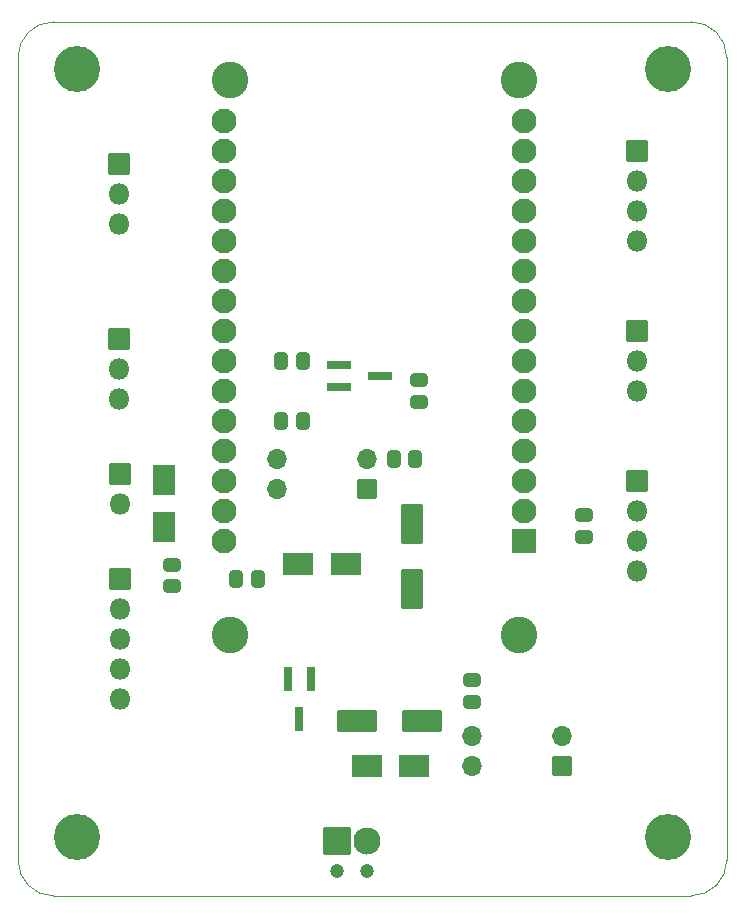
<source format=gbr>
%TF.GenerationSoftware,KiCad,Pcbnew,(6.0.7)*%
%TF.CreationDate,2022-08-26T02:08:05+02:00*%
%TF.ProjectId,airpcb_smd,61697270-6362-45f7-936d-642e6b696361,rev?*%
%TF.SameCoordinates,Original*%
%TF.FileFunction,Soldermask,Top*%
%TF.FilePolarity,Negative*%
%FSLAX46Y46*%
G04 Gerber Fmt 4.6, Leading zero omitted, Abs format (unit mm)*
G04 Created by KiCad (PCBNEW (6.0.7)) date 2022-08-26 02:08:05*
%MOMM*%
%LPD*%
G01*
G04 APERTURE LIST*
G04 Aperture macros list*
%AMRoundRect*
0 Rectangle with rounded corners*
0 $1 Rounding radius*
0 $2 $3 $4 $5 $6 $7 $8 $9 X,Y pos of 4 corners*
0 Add a 4 corners polygon primitive as box body*
4,1,4,$2,$3,$4,$5,$6,$7,$8,$9,$2,$3,0*
0 Add four circle primitives for the rounded corners*
1,1,$1+$1,$2,$3*
1,1,$1+$1,$4,$5*
1,1,$1+$1,$6,$7*
1,1,$1+$1,$8,$9*
0 Add four rect primitives between the rounded corners*
20,1,$1+$1,$2,$3,$4,$5,0*
20,1,$1+$1,$4,$5,$6,$7,0*
20,1,$1+$1,$6,$7,$8,$9,0*
20,1,$1+$1,$8,$9,$2,$3,0*%
G04 Aperture macros list end*
%TA.AperFunction,Profile*%
%ADD10C,0.050000*%
%TD*%
%ADD11RoundRect,0.050000X-0.325000X1.000000X-0.325000X-1.000000X0.325000X-1.000000X0.325000X1.000000X0*%
%ADD12RoundRect,0.050000X-1.000000X-0.325000X1.000000X-0.325000X1.000000X0.325000X-1.000000X0.325000X0*%
%ADD13C,3.100000*%
%ADD14RoundRect,0.050000X1.000000X1.000000X-1.000000X1.000000X-1.000000X-1.000000X1.000000X-1.000000X0*%
%ADD15C,2.100000*%
%ADD16C,1.200000*%
%ADD17RoundRect,0.050000X-1.100000X-1.100000X1.100000X-1.100000X1.100000X1.100000X-1.100000X1.100000X0*%
%ADD18C,2.300000*%
%ADD19RoundRect,0.050000X-0.900000X1.250000X-0.900000X-1.250000X0.900000X-1.250000X0.900000X1.250000X0*%
%ADD20RoundRect,0.050000X0.800000X0.800000X-0.800000X0.800000X-0.800000X-0.800000X0.800000X-0.800000X0*%
%ADD21O,1.700000X1.700000*%
%ADD22C,3.900000*%
%ADD23RoundRect,0.300000X-0.450000X0.262500X-0.450000X-0.262500X0.450000X-0.262500X0.450000X0.262500X0*%
%ADD24RoundRect,0.050000X-0.850000X-0.850000X0.850000X-0.850000X0.850000X0.850000X-0.850000X0.850000X0*%
%ADD25O,1.800000X1.800000*%
%ADD26RoundRect,0.050000X-0.850000X1.650000X-0.850000X-1.650000X0.850000X-1.650000X0.850000X1.650000X0*%
%ADD27RoundRect,0.050000X1.650000X0.850000X-1.650000X0.850000X-1.650000X-0.850000X1.650000X-0.850000X0*%
%ADD28RoundRect,0.050000X1.250000X0.900000X-1.250000X0.900000X-1.250000X-0.900000X1.250000X-0.900000X0*%
%ADD29RoundRect,0.300000X-0.262500X-0.450000X0.262500X-0.450000X0.262500X0.450000X-0.262500X0.450000X0*%
%ADD30RoundRect,0.300000X0.262500X0.450000X-0.262500X0.450000X-0.262500X-0.450000X0.262500X-0.450000X0*%
G04 APERTURE END LIST*
D10*
X103000000Y-50000000D02*
G75*
G03*
X100000000Y-53000000I0J-3000000D01*
G01*
X103000000Y-50000000D02*
X157000000Y-50000000D01*
X100000000Y-121000000D02*
G75*
G03*
X103000000Y-124000000I3000000J0D01*
G01*
X160000000Y-53000000D02*
G75*
G03*
X157000000Y-50000000I-3000000J0D01*
G01*
X160000000Y-53000000D02*
X160000000Y-121000000D01*
X103000000Y-124000000D02*
X157000000Y-124000000D01*
X100000000Y-53000000D02*
X100000000Y-121000000D01*
X157000000Y-124000000D02*
G75*
G03*
X160000000Y-121000000I0J3000000D01*
G01*
D11*
%TO.C,Q2*%
X124775000Y-105605000D03*
X122875000Y-105605000D03*
X123825000Y-109025000D03*
%TD*%
D12*
%TO.C,Q1*%
X127195000Y-79060000D03*
X127195000Y-80960000D03*
X130615000Y-80010000D03*
%TD*%
D13*
%TO.C,U3*%
X142445000Y-101890000D03*
X142445000Y-54940000D03*
X117935000Y-54940000D03*
X117935000Y-101890000D03*
D14*
X142865000Y-93930000D03*
D15*
X142865000Y-91390000D03*
X142865000Y-88850000D03*
X142865000Y-86310000D03*
X142865000Y-83770000D03*
X142865000Y-81230000D03*
X142865000Y-78690000D03*
X142865000Y-76150000D03*
X142865000Y-73610000D03*
X142865000Y-71070000D03*
X142865000Y-68530000D03*
X142865000Y-65990000D03*
X142865000Y-63450000D03*
X142865000Y-60910000D03*
X142865000Y-58370000D03*
X117465000Y-58370000D03*
X117465000Y-60910000D03*
X117465000Y-63450000D03*
X117465000Y-65990000D03*
X117465000Y-68530000D03*
X117465000Y-71070000D03*
X117465000Y-73610000D03*
X117465000Y-76150000D03*
X117465000Y-78690000D03*
X117465000Y-81230000D03*
X117465000Y-83770000D03*
X117465000Y-86310000D03*
X117465000Y-88850000D03*
X117465000Y-91390000D03*
X117465000Y-93930000D03*
%TD*%
D16*
%TO.C,J4*%
X127000000Y-121920000D03*
X129540000Y-121920000D03*
D17*
X127000000Y-119380000D03*
D18*
X129540000Y-119380000D03*
%TD*%
D19*
%TO.C,D5*%
X112395000Y-88805000D03*
X112395000Y-92805000D03*
%TD*%
D20*
%TO.C,U2*%
X146040000Y-113035000D03*
D21*
X146040000Y-110495000D03*
X138420000Y-110495000D03*
X138420000Y-113035000D03*
%TD*%
D22*
%TO.C,H1*%
X105000000Y-54000000D03*
%TD*%
D23*
%TO.C,R6*%
X138430000Y-105767500D03*
X138430000Y-107592500D03*
%TD*%
D24*
%TO.C,J2*%
X152400000Y-88900000D03*
D25*
X152400000Y-91440000D03*
X152400000Y-93980000D03*
X152400000Y-96520000D03*
%TD*%
D26*
%TO.C,D1*%
X133350000Y-92500000D03*
X133350000Y-98000000D03*
%TD*%
D24*
%TO.C,J1*%
X152400000Y-60960000D03*
D25*
X152400000Y-63500000D03*
X152400000Y-66040000D03*
X152400000Y-68580000D03*
%TD*%
D24*
%TO.C,J7*%
X108585000Y-76835000D03*
D25*
X108585000Y-79375000D03*
X108585000Y-81915000D03*
%TD*%
D27*
%TO.C,D3*%
X134195000Y-109220000D03*
X128695000Y-109220000D03*
%TD*%
D20*
%TO.C,U1*%
X129540000Y-89535000D03*
D21*
X129540000Y-86995000D03*
X121920000Y-86995000D03*
X121920000Y-89535000D03*
%TD*%
D28*
%TO.C,D2*%
X127730000Y-95885000D03*
X123730000Y-95885000D03*
%TD*%
D24*
%TO.C,J9*%
X108585000Y-62066000D03*
D25*
X108585000Y-64606000D03*
X108585000Y-67146000D03*
%TD*%
D22*
%TO.C,H2*%
X155000000Y-54000000D03*
%TD*%
D29*
%TO.C,R5*%
X122277500Y-83820000D03*
X124102500Y-83820000D03*
%TD*%
D28*
%TO.C,D4*%
X133540000Y-113030000D03*
X129540000Y-113030000D03*
%TD*%
D23*
%TO.C,R8*%
X113030000Y-95965000D03*
X113030000Y-97790000D03*
%TD*%
D30*
%TO.C,R3*%
X120292500Y-97155000D03*
X118467500Y-97155000D03*
%TD*%
%TO.C,R2*%
X133627500Y-86995000D03*
X131802500Y-86995000D03*
%TD*%
D24*
%TO.C,J8*%
X152400000Y-76200000D03*
D25*
X152400000Y-78740000D03*
X152400000Y-81280000D03*
%TD*%
D24*
%TO.C,J3*%
X108610000Y-88285000D03*
D25*
X108610000Y-90825000D03*
%TD*%
D22*
%TO.C,H4*%
X105000000Y-119000000D03*
%TD*%
%TO.C,H3*%
X155000000Y-119000000D03*
%TD*%
D23*
%TO.C,R4*%
X133985000Y-80367500D03*
X133985000Y-82192500D03*
%TD*%
%TO.C,R7*%
X147955000Y-91797500D03*
X147955000Y-93622500D03*
%TD*%
D30*
%TO.C,R1*%
X124102500Y-78740000D03*
X122277500Y-78740000D03*
%TD*%
D24*
%TO.C,J11*%
X108610000Y-97185000D03*
D25*
X108610000Y-99725000D03*
X108610000Y-102265000D03*
X108610000Y-104805000D03*
X108610000Y-107345000D03*
%TD*%
M02*

</source>
